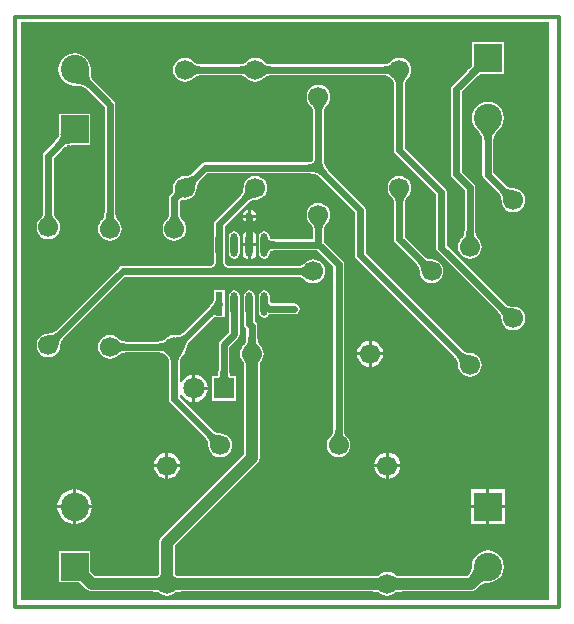
<source format=gtl>
G04 Layer_Physical_Order=1*
G04 Layer_Color=255*
%FSLAX44Y44*%
%MOMM*%
G71*
G01*
G75*
%ADD10R,0.6000X2.0000*%
%ADD11O,0.6000X2.0000*%
%ADD12C,0.6000*%
%ADD13C,1.0000*%
%ADD14C,0.3000*%
%ADD15C,1.7000*%
%ADD16R,2.4000X2.4000*%
%ADD17C,2.4000*%
%ADD18C,1.8000*%
%ADD19R,1.8000X1.8000*%
%ADD20C,0.6000*%
G36*
X452120Y6350D02*
X5080D01*
Y495300D01*
X452120D01*
Y6350D01*
D02*
G37*
%LPC*%
G36*
X325120Y465216D02*
X322509Y464873D01*
X320077Y463865D01*
X318032Y462296D01*
X317932Y462257D01*
X317386Y461739D01*
X316868Y461316D01*
X316336Y460947D01*
X315790Y460631D01*
X315226Y460364D01*
X314643Y460147D01*
X314038Y459977D01*
X313409Y459854D01*
X312752Y459780D01*
X312008Y459753D01*
X311933Y459718D01*
X216387D01*
X216312Y459753D01*
X215568Y459780D01*
X214911Y459854D01*
X214282Y459977D01*
X213677Y460147D01*
X213094Y460364D01*
X212531Y460631D01*
X211984Y460947D01*
X211452Y461316D01*
X210934Y461739D01*
X210388Y462257D01*
X210288Y462296D01*
X208243Y463865D01*
X205811Y464873D01*
X203200Y465216D01*
X200590Y464873D01*
X198157Y463865D01*
X196112Y462296D01*
X196012Y462257D01*
X195466Y461739D01*
X194948Y461316D01*
X194416Y460947D01*
X193869Y460631D01*
X193306Y460364D01*
X192723Y460147D01*
X192118Y459977D01*
X191489Y459854D01*
X190832Y459780D01*
X190088Y459753D01*
X190013Y459718D01*
X156697D01*
X156622Y459753D01*
X155878Y459780D01*
X155221Y459854D01*
X154592Y459977D01*
X153987Y460147D01*
X153404Y460364D01*
X152841Y460631D01*
X152294Y460947D01*
X151762Y461316D01*
X151244Y461739D01*
X150698Y462257D01*
X150598Y462296D01*
X148553Y463865D01*
X146121Y464873D01*
X143510Y465216D01*
X140899Y464873D01*
X138467Y463865D01*
X136378Y462262D01*
X134775Y460173D01*
X133767Y457741D01*
X133424Y455130D01*
X133767Y452519D01*
X134775Y450087D01*
X136378Y447998D01*
X138467Y446395D01*
X140899Y445387D01*
X143510Y445044D01*
X146121Y445387D01*
X148553Y446395D01*
X150598Y447964D01*
X150698Y448003D01*
X151244Y448521D01*
X151762Y448944D01*
X152294Y449313D01*
X152840Y449629D01*
X153404Y449896D01*
X153987Y450113D01*
X154592Y450284D01*
X155221Y450406D01*
X155878Y450480D01*
X156622Y450508D01*
X156697Y450542D01*
X190013D01*
X190088Y450508D01*
X190832Y450480D01*
X191489Y450406D01*
X192118Y450284D01*
X192723Y450113D01*
X193306Y449896D01*
X193869Y449629D01*
X194416Y449313D01*
X194948Y448944D01*
X195466Y448521D01*
X196012Y448003D01*
X196112Y447964D01*
X198157Y446395D01*
X200590Y445387D01*
X203200Y445044D01*
X205811Y445387D01*
X208243Y446395D01*
X210288Y447964D01*
X210388Y448003D01*
X210935Y448521D01*
X211452Y448944D01*
X211984Y449313D01*
X212530Y449629D01*
X213094Y449896D01*
X213677Y450113D01*
X214282Y450284D01*
X214911Y450406D01*
X215568Y450480D01*
X216312Y450508D01*
X216387Y450542D01*
X311933D01*
X312008Y450508D01*
X312752Y450480D01*
X313409Y450406D01*
X314038Y450284D01*
X314643Y450113D01*
X315226Y449896D01*
X315789Y449629D01*
X316336Y449313D01*
X316868Y448944D01*
X317386Y448521D01*
X317932Y448003D01*
X317976Y447986D01*
X317993Y447942D01*
X318511Y447396D01*
X318934Y446878D01*
X319303Y446346D01*
X319619Y445799D01*
X319886Y445236D01*
X320103Y444653D01*
X320274Y444048D01*
X320396Y443419D01*
X320470Y442762D01*
X320498Y442018D01*
X320532Y441943D01*
Y387350D01*
X320881Y385594D01*
X321876Y384106D01*
X356092Y349889D01*
Y304665D01*
X356441Y302909D01*
X357436Y301421D01*
X408805Y250052D01*
X408834Y249974D01*
X409340Y249431D01*
X409761Y248912D01*
X410135Y248374D01*
X410465Y247815D01*
X410750Y247236D01*
X410993Y246633D01*
X411194Y246005D01*
X411352Y245351D01*
X411467Y244667D01*
X411544Y243902D01*
X411686Y243638D01*
X411897Y242029D01*
X412905Y239597D01*
X414508Y237508D01*
X416597Y235905D01*
X419030Y234897D01*
X421640Y234554D01*
X424250Y234897D01*
X426683Y235905D01*
X428772Y237508D01*
X430375Y239597D01*
X431383Y242029D01*
X431726Y244640D01*
X431383Y247250D01*
X430375Y249683D01*
X428772Y251772D01*
X426683Y253375D01*
X424250Y254383D01*
X421640Y254726D01*
X421043Y254648D01*
X420816Y254729D01*
X420083Y254694D01*
X419445Y254716D01*
X418834Y254791D01*
X418247Y254918D01*
X417681Y255097D01*
X417133Y255328D01*
X416598Y255614D01*
X416075Y255958D01*
X415561Y256362D01*
X415013Y256870D01*
X414976Y256883D01*
X414958Y256918D01*
X414896Y256938D01*
X365268Y306566D01*
Y351790D01*
X364919Y353546D01*
X363924Y355034D01*
X329708Y389250D01*
Y441943D01*
X329743Y442018D01*
X329770Y442762D01*
X329844Y443419D01*
X329967Y444048D01*
X330137Y444653D01*
X330354Y445236D01*
X330621Y445799D01*
X330937Y446346D01*
X331306Y446878D01*
X331729Y447396D01*
X332247Y447942D01*
X332286Y448042D01*
X333855Y450087D01*
X334863Y452519D01*
X335206Y455130D01*
X334863Y457741D01*
X333855Y460173D01*
X332252Y462262D01*
X330163Y463865D01*
X327730Y464873D01*
X325120Y465216D01*
D02*
G37*
G36*
X413500Y478900D02*
X386500D01*
Y462289D01*
X386427Y462169D01*
X386458Y462039D01*
X386407Y461916D01*
X386500Y461691D01*
Y459328D01*
X386147Y458711D01*
X385554Y457857D01*
X383771Y455750D01*
X382620Y454558D01*
X382588Y454476D01*
X370136Y442024D01*
X369141Y440536D01*
X368792Y438780D01*
Y367030D01*
X369141Y365274D01*
X370136Y363786D01*
X380222Y353699D01*
Y318457D01*
X380187Y318382D01*
X380160Y317638D01*
X380086Y316981D01*
X379963Y316352D01*
X379793Y315747D01*
X379576Y315164D01*
X379309Y314601D01*
X378993Y314054D01*
X378624Y313522D01*
X378201Y313004D01*
X377683Y312458D01*
X377644Y312358D01*
X376075Y310313D01*
X375067Y307880D01*
X374724Y305270D01*
X375067Y302659D01*
X376075Y300227D01*
X377678Y298138D01*
X379767Y296535D01*
X382200Y295527D01*
X384810Y295184D01*
X387421Y295527D01*
X389853Y296535D01*
X391942Y298138D01*
X393545Y300227D01*
X394553Y302659D01*
X394896Y305270D01*
X394553Y307880D01*
X393545Y310313D01*
X391976Y312358D01*
X391937Y312458D01*
X391419Y313004D01*
X390996Y313522D01*
X390628Y314054D01*
X390311Y314601D01*
X390045Y315164D01*
X389827Y315747D01*
X389656Y316352D01*
X389534Y316981D01*
X389460Y317638D01*
X389432Y318382D01*
X389398Y318457D01*
Y355600D01*
X389049Y357356D01*
X388054Y358844D01*
X377968Y368931D01*
Y436880D01*
X389058Y447969D01*
X389135Y447998D01*
X391467Y450164D01*
X392439Y450941D01*
X393311Y451547D01*
X393928Y451900D01*
X396291D01*
X396516Y451807D01*
X396639Y451858D01*
X396769Y451827D01*
X396889Y451900D01*
X413500D01*
Y478900D01*
D02*
G37*
G36*
X63500Y418100D02*
X36500D01*
Y401489D01*
X36427Y401369D01*
X36458Y401239D01*
X36407Y401116D01*
X36500Y400891D01*
Y398528D01*
X36147Y397911D01*
X35554Y397057D01*
X33771Y394950D01*
X32620Y393758D01*
X32587Y393676D01*
X24696Y385784D01*
X23701Y384296D01*
X23352Y382540D01*
Y334967D01*
X23317Y334892D01*
X23290Y334148D01*
X23216Y333491D01*
X23094Y332862D01*
X22923Y332257D01*
X22706Y331674D01*
X22439Y331111D01*
X22123Y330564D01*
X21754Y330032D01*
X21331Y329514D01*
X20813Y328968D01*
X20774Y328868D01*
X19205Y326823D01*
X18197Y324390D01*
X17854Y321780D01*
X18197Y319170D01*
X19205Y316737D01*
X20808Y314648D01*
X22897Y313045D01*
X25329Y312037D01*
X27940Y311694D01*
X30550Y312037D01*
X32983Y313045D01*
X35072Y314648D01*
X36675Y316737D01*
X37683Y319170D01*
X38026Y321780D01*
X37683Y324390D01*
X36675Y326823D01*
X35106Y328868D01*
X35067Y328968D01*
X34549Y329515D01*
X34126Y330032D01*
X33758Y330564D01*
X33441Y331110D01*
X33175Y331674D01*
X32957Y332257D01*
X32787Y332862D01*
X32664Y333491D01*
X32590Y334148D01*
X32562Y334892D01*
X32528Y334967D01*
Y380639D01*
X39058Y387169D01*
X39135Y387198D01*
X41467Y389364D01*
X42439Y390141D01*
X43311Y390747D01*
X43928Y391100D01*
X46291D01*
X46516Y391007D01*
X46639Y391058D01*
X46769Y391027D01*
X46889Y391100D01*
X63500D01*
Y418100D01*
D02*
G37*
G36*
X400000Y428217D02*
X396476Y427752D01*
X393192Y426392D01*
X390372Y424228D01*
X388208Y421408D01*
X386847Y418124D01*
X386384Y414600D01*
X386847Y411076D01*
X388208Y407792D01*
X390372Y404972D01*
X390422Y404933D01*
X390436Y404898D01*
X391432Y403874D01*
X392291Y402892D01*
X393040Y401930D01*
X393679Y400987D01*
X394212Y400065D01*
X394639Y399167D01*
X394966Y398291D01*
X395194Y397436D01*
X395330Y396601D01*
X395379Y395693D01*
X395412Y395624D01*
Y366280D01*
X395761Y364524D01*
X396756Y363036D01*
X409071Y350721D01*
X409100Y350643D01*
X409607Y350098D01*
X410019Y349580D01*
X410377Y349049D01*
X410684Y348501D01*
X410942Y347935D01*
X411153Y347348D01*
X411315Y346738D01*
X411431Y346101D01*
X411498Y345436D01*
X411517Y344683D01*
X411561Y344585D01*
X411897Y342029D01*
X412905Y339597D01*
X414508Y337508D01*
X416597Y335905D01*
X419030Y334897D01*
X421640Y334554D01*
X424250Y334897D01*
X426683Y335905D01*
X428772Y337508D01*
X430375Y339597D01*
X431383Y342029D01*
X431726Y344640D01*
X431383Y347251D01*
X430375Y349683D01*
X428772Y351772D01*
X426683Y353375D01*
X424250Y354383D01*
X421695Y354719D01*
X421597Y354763D01*
X420844Y354782D01*
X420179Y354849D01*
X419542Y354965D01*
X418932Y355127D01*
X418345Y355337D01*
X417779Y355596D01*
X417231Y355903D01*
X416699Y356261D01*
X416183Y356673D01*
X415637Y357180D01*
X415559Y357209D01*
X404588Y368181D01*
Y395624D01*
X404621Y395693D01*
X404670Y396602D01*
X404806Y397436D01*
X405034Y398291D01*
X405361Y399166D01*
X405788Y400065D01*
X406320Y400987D01*
X406946Y401910D01*
X408584Y403890D01*
X409564Y404898D01*
X409578Y404933D01*
X409628Y404972D01*
X411792Y407792D01*
X413153Y411076D01*
X413616Y414600D01*
X413153Y418124D01*
X411792Y421408D01*
X409628Y424228D01*
X406808Y426392D01*
X403524Y427752D01*
X400000Y428217D01*
D02*
G37*
G36*
X199390Y336716D02*
Y332590D01*
X203516D01*
X203339Y333482D01*
X202114Y335314D01*
X200282Y336539D01*
X199390Y336716D01*
D02*
G37*
G36*
X196850D02*
X195958Y336539D01*
X194126Y335314D01*
X192901Y333482D01*
X192724Y332590D01*
X196850D01*
Y336716D01*
D02*
G37*
G36*
X203516Y330050D02*
X199390D01*
Y325924D01*
X200282Y326102D01*
X202114Y327326D01*
X203339Y329159D01*
X203516Y330050D01*
D02*
G37*
G36*
X196850D02*
X192724D01*
X192901Y329159D01*
X194126Y327326D01*
X195958Y326102D01*
X196850Y325924D01*
Y330050D01*
D02*
G37*
G36*
X256540Y342356D02*
X253930Y342013D01*
X251497Y341005D01*
X249408Y339402D01*
X247805Y337313D01*
X246797Y334880D01*
X246454Y332270D01*
X246797Y329660D01*
X247805Y327227D01*
X249374Y325182D01*
X249413Y325082D01*
X249931Y324535D01*
X250354Y324018D01*
X250723Y323486D01*
X251039Y322939D01*
X251306Y322376D01*
X251523Y321793D01*
X251693Y321188D01*
X251816Y320559D01*
X251890Y319902D01*
X251917Y319158D01*
X251952Y319083D01*
Y311528D01*
X219936D01*
X219858Y311563D01*
X218762Y311592D01*
X217848Y311672D01*
X217083Y311799D01*
X216474Y311962D01*
X216025Y312145D01*
X215732Y312323D01*
X215570Y312473D01*
X215488Y312595D01*
X215439Y312732D01*
X215408Y313027D01*
Y313940D01*
X215059Y315696D01*
X214064Y317184D01*
X212576Y318179D01*
X210820Y318528D01*
X209064Y318179D01*
X207576Y317184D01*
X206581Y315696D01*
X206232Y313940D01*
Y299940D01*
X206581Y298184D01*
X207576Y296696D01*
X209064Y295701D01*
X210820Y295352D01*
X212576Y295701D01*
X214064Y296696D01*
X215059Y298184D01*
X215408Y299940D01*
Y300854D01*
X215439Y301148D01*
X215488Y301285D01*
X215570Y301407D01*
X215732Y301557D01*
X216025Y301735D01*
X216474Y301918D01*
X217083Y302081D01*
X217848Y302208D01*
X218762Y302288D01*
X219858Y302317D01*
X219936Y302352D01*
X255040D01*
X268932Y288459D01*
Y150347D01*
X268897Y150272D01*
X268870Y149528D01*
X268796Y148871D01*
X268673Y148242D01*
X268503Y147637D01*
X268286Y147054D01*
X268019Y146491D01*
X267703Y145944D01*
X267334Y145412D01*
X266911Y144894D01*
X266393Y144348D01*
X266354Y144248D01*
X264785Y142203D01*
X263777Y139770D01*
X263434Y137160D01*
X263777Y134550D01*
X264785Y132117D01*
X266388Y130028D01*
X268477Y128425D01*
X270910Y127417D01*
X273520Y127074D01*
X276131Y127417D01*
X278563Y128425D01*
X280652Y130028D01*
X282255Y132117D01*
X283263Y134550D01*
X283606Y137160D01*
X283263Y139770D01*
X282255Y142203D01*
X280686Y144248D01*
X280647Y144348D01*
X280129Y144895D01*
X279706Y145412D01*
X279338Y145944D01*
X279021Y146490D01*
X278755Y147054D01*
X278537Y147637D01*
X278367Y148242D01*
X278244Y148871D01*
X278170Y149528D01*
X278143Y150272D01*
X278108Y150347D01*
Y290360D01*
X277759Y292116D01*
X276764Y293604D01*
X261128Y309240D01*
Y319083D01*
X261162Y319158D01*
X261190Y319902D01*
X261264Y320559D01*
X261387Y321188D01*
X261557Y321793D01*
X261774Y322376D01*
X262041Y322939D01*
X262357Y323486D01*
X262726Y324018D01*
X263149Y324536D01*
X263667Y325082D01*
X263706Y325182D01*
X265275Y327227D01*
X266283Y329660D01*
X266626Y332270D01*
X266283Y334880D01*
X265275Y337313D01*
X263672Y339402D01*
X261583Y341005D01*
X259151Y342013D01*
X256540Y342356D01*
D02*
G37*
G36*
X50000Y469016D02*
X46476Y468553D01*
X43192Y467192D01*
X40372Y465028D01*
X38208Y462208D01*
X36848Y458924D01*
X36384Y455400D01*
X36848Y451876D01*
X38208Y448592D01*
X40372Y445772D01*
X43192Y443608D01*
X46476Y442248D01*
X50000Y441783D01*
X50063Y441792D01*
X50097Y441777D01*
X51526Y441757D01*
X52828Y441671D01*
X54037Y441519D01*
X55157Y441305D01*
X56185Y441030D01*
X57123Y440696D01*
X57973Y440308D01*
X58738Y439865D01*
X59424Y439370D01*
X60102Y438763D01*
X60174Y438738D01*
X75422Y423489D01*
Y333697D01*
X75388Y333622D01*
X75360Y332878D01*
X75286Y332221D01*
X75163Y331592D01*
X74993Y330987D01*
X74776Y330404D01*
X74509Y329841D01*
X74193Y329294D01*
X73824Y328762D01*
X73401Y328244D01*
X72883Y327698D01*
X72844Y327598D01*
X71275Y325553D01*
X70267Y323120D01*
X69924Y320510D01*
X70267Y317899D01*
X71275Y315467D01*
X72878Y313378D01*
X74967Y311775D01*
X77400Y310767D01*
X80010Y310424D01*
X82620Y310767D01*
X85053Y311775D01*
X87142Y313378D01*
X88745Y315467D01*
X89753Y317899D01*
X90096Y320510D01*
X89753Y323120D01*
X88745Y325553D01*
X87176Y327598D01*
X87137Y327698D01*
X86619Y328245D01*
X86196Y328762D01*
X85828Y329294D01*
X85511Y329841D01*
X85245Y330404D01*
X85027Y330987D01*
X84857Y331592D01*
X84734Y332221D01*
X84660Y332878D01*
X84633Y333622D01*
X84598Y333697D01*
Y425390D01*
X84249Y427146D01*
X83254Y428634D01*
X66662Y445226D01*
X66637Y445298D01*
X66029Y445976D01*
X65535Y446662D01*
X65092Y447427D01*
X64704Y448277D01*
X64370Y449215D01*
X64095Y450243D01*
X63885Y451339D01*
X63643Y453896D01*
X63623Y455303D01*
X63608Y455337D01*
X63616Y455400D01*
X63152Y458924D01*
X61792Y462208D01*
X59628Y465028D01*
X56808Y467192D01*
X53524Y468553D01*
X50000Y469016D01*
D02*
G37*
G36*
X199390Y319336D02*
Y308210D01*
X203769D01*
Y313940D01*
X203339Y316102D01*
X202114Y317934D01*
X200282Y319159D01*
X199390Y319336D01*
D02*
G37*
G36*
X196850D02*
X195958Y319159D01*
X194126Y317934D01*
X192901Y316102D01*
X192472Y313940D01*
Y308210D01*
X196850D01*
Y319336D01*
D02*
G37*
G36*
X185420Y318528D02*
X183664Y318179D01*
X182176Y317184D01*
X181181Y315696D01*
X180832Y313940D01*
Y299940D01*
X181181Y298184D01*
X182176Y296696D01*
X183664Y295701D01*
X185420Y295352D01*
X187176Y295701D01*
X188664Y296696D01*
X189659Y298184D01*
X190008Y299940D01*
Y313940D01*
X189659Y315696D01*
X188664Y317184D01*
X187176Y318179D01*
X185420Y318528D01*
D02*
G37*
G36*
X203769Y305670D02*
X199390D01*
Y294544D01*
X200282Y294721D01*
X202114Y295946D01*
X203339Y297778D01*
X203769Y299940D01*
Y305670D01*
D02*
G37*
G36*
X196850D02*
X192472D01*
Y299940D01*
X192901Y297778D01*
X194126Y295946D01*
X195958Y294721D01*
X196850Y294544D01*
Y305670D01*
D02*
G37*
G36*
X203200Y365216D02*
X200590Y364873D01*
X198157Y363865D01*
X196068Y362262D01*
X194465Y360173D01*
X193457Y357741D01*
X193121Y355185D01*
X193077Y355087D01*
X193058Y354334D01*
X192991Y353669D01*
X192875Y353032D01*
X192713Y352422D01*
X192502Y351835D01*
X192244Y351269D01*
X191937Y350721D01*
X191579Y350189D01*
X191167Y349673D01*
X190660Y349127D01*
X190631Y349049D01*
X169476Y327894D01*
X168481Y326406D01*
X168132Y324650D01*
Y313940D01*
Y306940D01*
Y299940D01*
Y293635D01*
X168099Y293565D01*
X168044Y292524D01*
X167902Y291720D01*
X167684Y291066D01*
X167404Y290547D01*
X167066Y290134D01*
X166653Y289795D01*
X166134Y289516D01*
X165480Y289298D01*
X164676Y289156D01*
X163635Y289101D01*
X163565Y289068D01*
X163421D01*
X163402Y289072D01*
X163396Y289068D01*
X90640D01*
X88884Y288719D01*
X87396Y287724D01*
X34021Y234349D01*
X33943Y234320D01*
X33398Y233813D01*
X32880Y233401D01*
X32349Y233043D01*
X31801Y232736D01*
X31235Y232477D01*
X30648Y232267D01*
X30038Y232105D01*
X29401Y231989D01*
X28736Y231922D01*
X27983Y231903D01*
X27885Y231859D01*
X25329Y231523D01*
X22897Y230515D01*
X20808Y228912D01*
X19205Y226823D01*
X18197Y224391D01*
X17854Y221780D01*
X18197Y219170D01*
X19205Y216737D01*
X20808Y214648D01*
X22897Y213045D01*
X25329Y212037D01*
X27940Y211694D01*
X30550Y212037D01*
X32983Y213045D01*
X35072Y214648D01*
X36675Y216737D01*
X37683Y219170D01*
X38019Y221725D01*
X38063Y221823D01*
X38082Y222576D01*
X38149Y223241D01*
X38265Y223878D01*
X38427Y224488D01*
X38637Y225075D01*
X38896Y225641D01*
X39203Y226189D01*
X39562Y226721D01*
X39973Y227237D01*
X40480Y227783D01*
X40509Y227861D01*
X92541Y279892D01*
X172396D01*
X172402Y279888D01*
X172421Y279892D01*
X173019D01*
X173038Y279888D01*
X173044Y279892D01*
X239073D01*
X239148Y279858D01*
X239892Y279830D01*
X240549Y279756D01*
X241178Y279634D01*
X241783Y279463D01*
X242366Y279246D01*
X242929Y278979D01*
X243476Y278663D01*
X244008Y278294D01*
X244526Y277871D01*
X245072Y277353D01*
X245172Y277314D01*
X247217Y275745D01*
X249650Y274737D01*
X252260Y274394D01*
X254870Y274737D01*
X257303Y275745D01*
X259392Y277348D01*
X260995Y279437D01*
X262003Y281870D01*
X262346Y284480D01*
X262003Y287090D01*
X260995Y289523D01*
X259392Y291612D01*
X257303Y293215D01*
X254870Y294223D01*
X252260Y294566D01*
X249650Y294223D01*
X247217Y293215D01*
X245172Y291646D01*
X245072Y291607D01*
X244526Y291089D01*
X244008Y290666D01*
X243476Y290298D01*
X242929Y289981D01*
X242366Y289715D01*
X241783Y289497D01*
X241178Y289326D01*
X240549Y289204D01*
X239892Y289130D01*
X239148Y289102D01*
X239073Y289068D01*
X182044D01*
X182038Y289072D01*
X182019Y289068D01*
X181875D01*
X181805Y289101D01*
X180764Y289156D01*
X179960Y289298D01*
X179306Y289516D01*
X178787Y289795D01*
X178374Y290134D01*
X178035Y290547D01*
X177756Y291066D01*
X177538Y291720D01*
X177396Y292524D01*
X177341Y293565D01*
X177308Y293635D01*
Y306940D01*
Y313940D01*
Y322749D01*
X197119Y342561D01*
X197197Y342590D01*
X197742Y343097D01*
X198260Y343509D01*
X198791Y343867D01*
X199339Y344174D01*
X199905Y344432D01*
X200492Y344643D01*
X201102Y344805D01*
X201739Y344921D01*
X202404Y344988D01*
X203157Y345007D01*
X203255Y345051D01*
X205811Y345387D01*
X208243Y346395D01*
X210332Y347998D01*
X211935Y350087D01*
X212943Y352519D01*
X213286Y355130D01*
X212943Y357741D01*
X211935Y360173D01*
X210332Y362262D01*
X208243Y363865D01*
X205811Y364873D01*
X203200Y365216D01*
D02*
G37*
G36*
X325120D02*
X322509Y364873D01*
X320077Y363865D01*
X317988Y362262D01*
X316385Y360173D01*
X315377Y357741D01*
X315034Y355130D01*
X315377Y352519D01*
X316385Y350087D01*
X317954Y348042D01*
X317993Y347942D01*
X318511Y347396D01*
X318934Y346878D01*
X319303Y346346D01*
X319619Y345799D01*
X319886Y345236D01*
X320103Y344653D01*
X320274Y344048D01*
X320396Y343419D01*
X320470Y342762D01*
X320498Y342018D01*
X320532Y341943D01*
Y311620D01*
X320881Y309864D01*
X321876Y308376D01*
X339691Y290561D01*
X339720Y290483D01*
X340227Y289938D01*
X340639Y289421D01*
X340997Y288889D01*
X341304Y288341D01*
X341562Y287775D01*
X341773Y287188D01*
X341935Y286578D01*
X342051Y285941D01*
X342118Y285276D01*
X342137Y284523D01*
X342181Y284425D01*
X342517Y281870D01*
X343525Y279437D01*
X345128Y277348D01*
X347217Y275745D01*
X349650Y274737D01*
X352260Y274394D01*
X354870Y274737D01*
X357303Y275745D01*
X359392Y277348D01*
X360995Y279437D01*
X362003Y281870D01*
X362346Y284480D01*
X362003Y287090D01*
X360995Y289523D01*
X359392Y291612D01*
X357303Y293215D01*
X354870Y294223D01*
X352315Y294559D01*
X352217Y294603D01*
X351464Y294622D01*
X350799Y294689D01*
X350162Y294805D01*
X349552Y294967D01*
X348965Y295177D01*
X348399Y295436D01*
X347851Y295743D01*
X347319Y296101D01*
X346802Y296513D01*
X346257Y297020D01*
X346179Y297049D01*
X329708Y313521D01*
Y341943D01*
X329743Y342018D01*
X329770Y342762D01*
X329844Y343419D01*
X329967Y344048D01*
X330137Y344653D01*
X330354Y345236D01*
X330621Y345799D01*
X330937Y346346D01*
X331306Y346878D01*
X331729Y347396D01*
X332247Y347942D01*
X332286Y348042D01*
X333855Y350087D01*
X334863Y352519D01*
X335206Y355130D01*
X334863Y357741D01*
X333855Y360173D01*
X332252Y362262D01*
X330163Y363865D01*
X327730Y364873D01*
X325120Y365216D01*
D02*
G37*
G36*
X177220Y268440D02*
X168220D01*
Y262667D01*
X168160Y262541D01*
X168120Y261777D01*
X168014Y261089D01*
X167837Y260391D01*
X167586Y259680D01*
X167257Y258954D01*
X166847Y258213D01*
X166354Y257458D01*
X165776Y256690D01*
X165111Y255910D01*
X164331Y255089D01*
X164300Y255009D01*
X141879Y232588D01*
X141847Y232580D01*
X141809Y232518D01*
X141786Y232494D01*
X141709Y232466D01*
X141158Y231957D01*
X140647Y231559D01*
X140132Y231227D01*
X139609Y230956D01*
X139078Y230745D01*
X138533Y230590D01*
X137969Y230489D01*
X137383Y230443D01*
X136769Y230453D01*
X136058Y230530D01*
X135770Y230445D01*
X134620Y230596D01*
X132009Y230253D01*
X129577Y229245D01*
X127532Y227676D01*
X127432Y227637D01*
X126885Y227119D01*
X126368Y226696D01*
X125836Y226327D01*
X125289Y226011D01*
X124726Y225744D01*
X124143Y225527D01*
X123538Y225357D01*
X122909Y225234D01*
X122252Y225160D01*
X121508Y225133D01*
X121433Y225098D01*
X93197D01*
X93122Y225133D01*
X92378Y225160D01*
X91721Y225234D01*
X91092Y225357D01*
X90487Y225527D01*
X89904Y225744D01*
X89341Y226011D01*
X88794Y226327D01*
X88262Y226696D01*
X87744Y227119D01*
X87198Y227637D01*
X87098Y227676D01*
X85053Y229245D01*
X82620Y230253D01*
X80010Y230596D01*
X77400Y230253D01*
X74967Y229245D01*
X72878Y227642D01*
X71275Y225553D01*
X70267Y223120D01*
X69924Y220510D01*
X70267Y217899D01*
X71275Y215467D01*
X72878Y213378D01*
X74967Y211775D01*
X77400Y210767D01*
X80010Y210424D01*
X82620Y210767D01*
X85053Y211775D01*
X87098Y213344D01*
X87198Y213383D01*
X87745Y213901D01*
X88262Y214324D01*
X88794Y214692D01*
X89340Y215009D01*
X89904Y215275D01*
X90487Y215493D01*
X91092Y215664D01*
X91721Y215786D01*
X92378Y215860D01*
X93122Y215888D01*
X93197Y215922D01*
X121433D01*
X121508Y215888D01*
X122252Y215860D01*
X122909Y215786D01*
X123538Y215664D01*
X124143Y215493D01*
X124726Y215276D01*
X125289Y215009D01*
X125836Y214693D01*
X126368Y214324D01*
X126886Y213901D01*
X127432Y213383D01*
X127476Y213366D01*
X127493Y213322D01*
X128011Y212775D01*
X128434Y212258D01*
X128802Y211726D01*
X129119Y211180D01*
X129385Y210616D01*
X129603Y210033D01*
X129774Y209428D01*
X129896Y208799D01*
X129970Y208142D01*
X129998Y207398D01*
X130032Y207323D01*
Y176060D01*
X130381Y174304D01*
X131376Y172816D01*
X160951Y143241D01*
X160980Y143163D01*
X161487Y142618D01*
X161899Y142100D01*
X162257Y141569D01*
X162564Y141021D01*
X162822Y140455D01*
X163033Y139868D01*
X163195Y139258D01*
X163311Y138621D01*
X163378Y137956D01*
X163397Y137203D01*
X163441Y137105D01*
X163777Y134550D01*
X164785Y132117D01*
X166388Y130028D01*
X168477Y128425D01*
X170910Y127417D01*
X173520Y127074D01*
X176131Y127417D01*
X178563Y128425D01*
X180652Y130028D01*
X182255Y132117D01*
X183263Y134550D01*
X183606Y137160D01*
X183263Y139770D01*
X182255Y142203D01*
X180652Y144292D01*
X178563Y145895D01*
X176131Y146903D01*
X173575Y147239D01*
X173477Y147283D01*
X172724Y147302D01*
X172059Y147369D01*
X171422Y147485D01*
X170812Y147647D01*
X170225Y147858D01*
X169659Y148116D01*
X169111Y148423D01*
X168579Y148781D01*
X168062Y149193D01*
X167517Y149700D01*
X167439Y149729D01*
X139208Y177960D01*
Y180728D01*
X140478Y180980D01*
X141050Y179600D01*
X142900Y177190D01*
X145310Y175340D01*
X148118Y174177D01*
X149860Y173948D01*
Y185420D01*
Y196892D01*
X148118Y196663D01*
X145310Y195500D01*
X142900Y193650D01*
X141050Y191240D01*
X140478Y189860D01*
X139208Y190112D01*
Y207323D01*
X139242Y207398D01*
X139270Y208142D01*
X139344Y208799D01*
X139466Y209428D01*
X139637Y210033D01*
X139854Y210616D01*
X140121Y211179D01*
X140437Y211726D01*
X140806Y212258D01*
X141229Y212776D01*
X141747Y213322D01*
X141786Y213422D01*
X143355Y215467D01*
X144363Y217899D01*
X144494Y218900D01*
X144652Y219157D01*
X144775Y219925D01*
X144930Y220617D01*
X145123Y221281D01*
X145354Y221918D01*
X145624Y222529D01*
X145932Y223116D01*
X146279Y223679D01*
X146666Y224221D01*
X147094Y224743D01*
X147600Y225283D01*
X147630Y225361D01*
X166554Y244285D01*
X166636Y244317D01*
X167192Y244855D01*
X168220Y245440D01*
X169524D01*
X169747Y245347D01*
X169819Y245376D01*
X169893Y245353D01*
X170060Y245440D01*
X177220D01*
Y256497D01*
X177308Y256940D01*
X177220Y257383D01*
Y268440D01*
D02*
G37*
G36*
X210820Y268528D02*
X209064Y268179D01*
X207576Y267184D01*
X206581Y265696D01*
X206232Y263940D01*
Y249940D01*
X206581Y248184D01*
X207576Y246696D01*
X209064Y245701D01*
X210820Y245352D01*
X212576Y245701D01*
X214064Y246696D01*
X215031Y248142D01*
X236220D01*
X237976Y248491D01*
X239464Y249486D01*
X240459Y250974D01*
X240808Y252730D01*
X240459Y254486D01*
X239464Y255974D01*
X237976Y256969D01*
X236220Y257318D01*
X216931D01*
X215408Y258841D01*
Y263940D01*
X215059Y265696D01*
X214064Y267184D01*
X212576Y268179D01*
X210820Y268528D01*
D02*
G37*
G36*
X301460Y225598D02*
Y215900D01*
X311158D01*
X310946Y217512D01*
X309833Y220198D01*
X308064Y222504D01*
X305758Y224273D01*
X303072Y225386D01*
X301460Y225598D01*
D02*
G37*
G36*
X298920D02*
X297308Y225386D01*
X294622Y224273D01*
X292316Y222504D01*
X290547Y220198D01*
X289434Y217512D01*
X289222Y215900D01*
X298920D01*
Y225598D01*
D02*
G37*
G36*
X311158Y213360D02*
X301460D01*
Y203662D01*
X303072Y203874D01*
X305758Y204987D01*
X308064Y206756D01*
X309833Y209062D01*
X310946Y211748D01*
X311158Y213360D01*
D02*
G37*
G36*
X298920D02*
X289222D01*
X289434Y211748D01*
X290547Y209062D01*
X292316Y206756D01*
X294622Y204987D01*
X297308Y203874D01*
X298920Y203662D01*
Y213360D01*
D02*
G37*
G36*
X256540Y442356D02*
X253930Y442013D01*
X251497Y441005D01*
X249408Y439402D01*
X247805Y437313D01*
X246797Y434880D01*
X246454Y432270D01*
X246797Y429660D01*
X247805Y427227D01*
X249374Y425182D01*
X249413Y425082D01*
X249931Y424535D01*
X250354Y424018D01*
X250723Y423486D01*
X251039Y422939D01*
X251306Y422376D01*
X251523Y421793D01*
X251693Y421188D01*
X251816Y420559D01*
X251890Y419902D01*
X251917Y419158D01*
X251952Y419083D01*
Y381265D01*
X251919Y381195D01*
X251864Y380154D01*
X251722Y379350D01*
X251504Y378696D01*
X251224Y378177D01*
X250886Y377764D01*
X250473Y377425D01*
X249954Y377146D01*
X249300Y376928D01*
X248496Y376786D01*
X247455Y376731D01*
X247385Y376698D01*
X160490D01*
X158734Y376349D01*
X157246Y375354D01*
X149591Y367699D01*
X149513Y367670D01*
X148968Y367163D01*
X148450Y366751D01*
X147919Y366393D01*
X147371Y366086D01*
X146805Y365827D01*
X146218Y365617D01*
X145608Y365455D01*
X144971Y365339D01*
X144306Y365272D01*
X143553Y365253D01*
X143455Y365209D01*
X140899Y364873D01*
X138467Y363865D01*
X136378Y362262D01*
X134775Y360173D01*
X133767Y357741D01*
X133424Y355130D01*
X133615Y353679D01*
X133543Y353506D01*
X133579Y353420D01*
X133553Y353331D01*
X133584Y353036D01*
X133574Y352840D01*
X133524Y352592D01*
X133422Y352287D01*
X133257Y351929D01*
X133023Y351522D01*
X132730Y351091D01*
X131865Y350047D01*
X131327Y349485D01*
X131258Y349308D01*
X130381Y347996D01*
X130032Y346240D01*
Y333697D01*
X129998Y333622D01*
X129970Y332878D01*
X129896Y332221D01*
X129774Y331592D01*
X129603Y330987D01*
X129386Y330404D01*
X129119Y329841D01*
X128803Y329294D01*
X128434Y328762D01*
X128011Y328244D01*
X127493Y327698D01*
X127454Y327598D01*
X125885Y325553D01*
X124877Y323120D01*
X124534Y320510D01*
X124877Y317899D01*
X125885Y315467D01*
X127488Y313378D01*
X129577Y311775D01*
X132009Y310767D01*
X134620Y310424D01*
X137231Y310767D01*
X139663Y311775D01*
X141752Y313378D01*
X143355Y315467D01*
X144363Y317899D01*
X144706Y320510D01*
X144363Y323120D01*
X143355Y325553D01*
X141786Y327598D01*
X141747Y327698D01*
X141229Y328245D01*
X140806Y328762D01*
X140437Y329294D01*
X140121Y329841D01*
X139854Y330404D01*
X139637Y330987D01*
X139466Y331592D01*
X139344Y332221D01*
X139270Y332878D01*
X139242Y333622D01*
X139208Y333697D01*
Y344146D01*
X139452Y344337D01*
X139902Y344643D01*
X140309Y344877D01*
X140667Y345042D01*
X140971Y345144D01*
X141220Y345194D01*
X141417Y345204D01*
X141711Y345173D01*
X141800Y345199D01*
X141886Y345163D01*
X142059Y345235D01*
X143510Y345044D01*
X146121Y345387D01*
X148553Y346395D01*
X150642Y347998D01*
X152245Y350087D01*
X153253Y352519D01*
X153589Y355075D01*
X153633Y355173D01*
X153652Y355926D01*
X153719Y356591D01*
X153835Y357228D01*
X153997Y357838D01*
X154207Y358425D01*
X154466Y358991D01*
X154773Y359539D01*
X155132Y360071D01*
X155543Y360588D01*
X156050Y361133D01*
X156079Y361211D01*
X162390Y367522D01*
X249164D01*
X249239Y367487D01*
X250361Y367447D01*
X251385Y367334D01*
X252371Y367146D01*
X253320Y366884D01*
X254236Y366548D01*
X255121Y366138D01*
X255978Y365652D01*
X256807Y365088D01*
X257612Y364444D01*
X258434Y363679D01*
X258511Y363650D01*
X287512Y334650D01*
Y297980D01*
X287861Y296224D01*
X288856Y294736D01*
X372241Y211351D01*
X372270Y211273D01*
X372777Y210728D01*
X373189Y210210D01*
X373547Y209679D01*
X373854Y209131D01*
X374113Y208565D01*
X374323Y207978D01*
X374485Y207368D01*
X374601Y206731D01*
X374668Y206066D01*
X374687Y205313D01*
X374731Y205215D01*
X375067Y202659D01*
X376075Y200227D01*
X377678Y198138D01*
X379767Y196535D01*
X382200Y195527D01*
X384810Y195184D01*
X387421Y195527D01*
X389853Y196535D01*
X391942Y198138D01*
X393545Y200227D01*
X394553Y202659D01*
X394896Y205270D01*
X394553Y207880D01*
X393545Y210313D01*
X391942Y212402D01*
X389853Y214005D01*
X387421Y215013D01*
X384865Y215349D01*
X384767Y215393D01*
X384014Y215412D01*
X383349Y215479D01*
X382712Y215595D01*
X382102Y215757D01*
X381515Y215968D01*
X380949Y216226D01*
X380401Y216533D01*
X379869Y216891D01*
X379352Y217303D01*
X378807Y217810D01*
X378729Y217839D01*
X296688Y299881D01*
Y336550D01*
X296339Y338306D01*
X295344Y339794D01*
X265000Y370139D01*
X264971Y370216D01*
X264206Y371038D01*
X263563Y371842D01*
X262999Y372672D01*
X262512Y373529D01*
X262102Y374414D01*
X261766Y375330D01*
X261504Y376279D01*
X261316Y377265D01*
X261203Y378289D01*
X261162Y379411D01*
X261128Y379486D01*
Y419083D01*
X261162Y419158D01*
X261190Y419902D01*
X261264Y420559D01*
X261387Y421188D01*
X261557Y421793D01*
X261774Y422376D01*
X262041Y422939D01*
X262357Y423486D01*
X262726Y424018D01*
X263149Y424536D01*
X263667Y425082D01*
X263706Y425182D01*
X265275Y427227D01*
X266283Y429660D01*
X266626Y432270D01*
X266283Y434880D01*
X265275Y437313D01*
X263672Y439402D01*
X261583Y441005D01*
X259151Y442013D01*
X256540Y442356D01*
D02*
G37*
G36*
X152400Y196892D02*
Y186690D01*
X162602D01*
X162373Y188433D01*
X161210Y191240D01*
X159360Y193650D01*
X156950Y195500D01*
X154143Y196663D01*
X152400Y196892D01*
D02*
G37*
G36*
X185420Y268528D02*
X183664Y268179D01*
X182176Y267184D01*
X181181Y265696D01*
X180832Y263940D01*
Y256940D01*
Y249940D01*
Y233041D01*
X173286Y225494D01*
X172291Y224006D01*
X171942Y222250D01*
Y200510D01*
X171907Y200432D01*
X171878Y199336D01*
X171798Y198423D01*
X171671Y197658D01*
X171508Y197048D01*
X171325Y196599D01*
X171147Y196306D01*
X170997Y196144D01*
X170875Y196062D01*
X170738Y196014D01*
X170359Y195974D01*
X170261Y195920D01*
X166030D01*
Y174920D01*
X187030D01*
Y195920D01*
X182799D01*
X182701Y195974D01*
X182322Y196014D01*
X182185Y196062D01*
X182063Y196144D01*
X181913Y196306D01*
X181735Y196599D01*
X181552Y197048D01*
X181389Y197658D01*
X181262Y198423D01*
X181182Y199336D01*
X181153Y200432D01*
X181118Y200510D01*
Y220350D01*
X188664Y227896D01*
X189659Y229384D01*
X190008Y231140D01*
Y256940D01*
Y263940D01*
X189659Y265696D01*
X188664Y267184D01*
X187176Y268179D01*
X185420Y268528D01*
D02*
G37*
G36*
X162602Y184150D02*
X152400D01*
Y173948D01*
X154143Y174177D01*
X156950Y175340D01*
X159360Y177190D01*
X161210Y179600D01*
X162373Y182407D01*
X162602Y184150D01*
D02*
G37*
G36*
X316230Y130968D02*
Y121270D01*
X325928D01*
X325716Y122882D01*
X324603Y125568D01*
X322834Y127874D01*
X320528Y129643D01*
X317842Y130756D01*
X316230Y130968D01*
D02*
G37*
G36*
X129540D02*
Y121270D01*
X139238D01*
X139026Y122882D01*
X137913Y125568D01*
X136144Y127874D01*
X133838Y129643D01*
X131152Y130756D01*
X129540Y130968D01*
D02*
G37*
G36*
X313690D02*
X312078Y130756D01*
X309392Y129643D01*
X307086Y127874D01*
X305317Y125568D01*
X304204Y122882D01*
X303992Y121270D01*
X313690D01*
Y130968D01*
D02*
G37*
G36*
X127000D02*
X125388Y130756D01*
X122702Y129643D01*
X120396Y127874D01*
X118627Y125568D01*
X117514Y122882D01*
X117302Y121270D01*
X127000D01*
Y130968D01*
D02*
G37*
G36*
X325928Y118730D02*
X316230D01*
Y109032D01*
X317842Y109244D01*
X320528Y110357D01*
X322834Y112126D01*
X324603Y114432D01*
X325716Y117118D01*
X325928Y118730D01*
D02*
G37*
G36*
X139238D02*
X129540D01*
Y109032D01*
X131152Y109244D01*
X133838Y110357D01*
X136144Y112126D01*
X137913Y114432D01*
X139026Y117118D01*
X139238Y118730D01*
D02*
G37*
G36*
X313690D02*
X303992D01*
X304204Y117118D01*
X305317Y114432D01*
X307086Y112126D01*
X309392Y110357D01*
X312078Y109244D01*
X313690Y109032D01*
Y118730D01*
D02*
G37*
G36*
X127000D02*
X117302D01*
X117514Y117118D01*
X118627Y114432D01*
X120396Y112126D01*
X122702Y110357D01*
X125388Y109244D01*
X127000Y109032D01*
Y118730D01*
D02*
G37*
G36*
X51270Y99898D02*
Y86670D01*
X64498D01*
X64166Y89196D01*
X62701Y92733D01*
X60370Y95770D01*
X57333Y98101D01*
X53796Y99566D01*
X51270Y99898D01*
D02*
G37*
G36*
X48730D02*
X46204Y99566D01*
X42667Y98101D01*
X39630Y95770D01*
X37299Y92733D01*
X35834Y89196D01*
X35502Y86670D01*
X48730D01*
Y99898D01*
D02*
G37*
G36*
X414540Y99940D02*
X401270D01*
Y86670D01*
X414540D01*
Y99940D01*
D02*
G37*
G36*
X398730D02*
X385460D01*
Y86670D01*
X398730D01*
Y99940D01*
D02*
G37*
G36*
X64498Y84130D02*
X51270D01*
Y70902D01*
X53796Y71234D01*
X57333Y72699D01*
X60370Y75030D01*
X62701Y78067D01*
X64166Y81604D01*
X64498Y84130D01*
D02*
G37*
G36*
X48730D02*
X35502D01*
X35834Y81604D01*
X37299Y78067D01*
X39630Y75030D01*
X42667Y72699D01*
X46204Y71234D01*
X48730Y70902D01*
Y84130D01*
D02*
G37*
G36*
X414540Y84130D02*
X401270D01*
Y70860D01*
X414540D01*
Y84130D01*
D02*
G37*
G36*
X398730D02*
X385460D01*
Y70860D01*
X398730D01*
Y84130D01*
D02*
G37*
G36*
X198120Y268528D02*
X196364Y268179D01*
X194876Y267184D01*
X193881Y265696D01*
X193532Y263940D01*
Y256940D01*
Y249940D01*
Y240030D01*
X193881Y238274D01*
X194876Y236786D01*
X195602Y236059D01*
Y228740D01*
X195567Y228659D01*
X195537Y226966D01*
X195466Y226341D01*
X195343Y225712D01*
X195173Y225107D01*
X194956Y224524D01*
X194689Y223961D01*
X194373Y223414D01*
X194004Y222882D01*
X193581Y222364D01*
X193063Y221818D01*
X193024Y221718D01*
X191455Y219673D01*
X190447Y217241D01*
X190104Y214630D01*
X190447Y212020D01*
X191455Y209587D01*
X192940Y207651D01*
X192970Y207548D01*
X193055Y207442D01*
X193095Y207365D01*
X193174Y207150D01*
X193263Y206809D01*
X193340Y206405D01*
X193557Y203541D01*
X193566Y202640D01*
X193634Y202482D01*
Y129246D01*
X123634Y59246D01*
X122592Y57888D01*
X121937Y56307D01*
X121714Y54610D01*
Y32161D01*
X121647Y32008D01*
X121610Y30225D01*
X121503Y28813D01*
X121429Y28273D01*
X121343Y27821D01*
X121254Y27480D01*
X121175Y27264D01*
X121135Y27188D01*
X121111Y27159D01*
X121082Y27135D01*
X121005Y27095D01*
X120790Y27016D01*
X120449Y26927D01*
X120045Y26850D01*
X117181Y26632D01*
X116280Y26623D01*
X116122Y26556D01*
X67316D01*
X63500Y30372D01*
Y48100D01*
X36500D01*
Y21100D01*
X54228D01*
X59964Y15364D01*
X61322Y14322D01*
X62903Y13667D01*
X64600Y13444D01*
X116109D01*
X116262Y13377D01*
X118045Y13340D01*
X119457Y13233D01*
X119997Y13159D01*
X120449Y13074D01*
X120790Y12984D01*
X121005Y12905D01*
X121082Y12865D01*
X121188Y12780D01*
X121291Y12750D01*
X123227Y11265D01*
X125660Y10257D01*
X128270Y9914D01*
X130880Y10257D01*
X133313Y11265D01*
X135249Y12750D01*
X135352Y12780D01*
X135458Y12865D01*
X135534Y12905D01*
X135750Y12984D01*
X136091Y13074D01*
X136495Y13150D01*
X139359Y13368D01*
X140260Y13376D01*
X140418Y13444D01*
X302799D01*
X302952Y13377D01*
X304735Y13340D01*
X306147Y13233D01*
X306687Y13159D01*
X307139Y13074D01*
X307480Y12984D01*
X307696Y12905D01*
X307772Y12865D01*
X307878Y12780D01*
X307981Y12750D01*
X309917Y11265D01*
X312349Y10257D01*
X314960Y9914D01*
X317570Y10257D01*
X320003Y11265D01*
X321939Y12750D01*
X322042Y12780D01*
X322148Y12865D01*
X322225Y12905D01*
X322440Y12984D01*
X322781Y13074D01*
X323185Y13150D01*
X326049Y13368D01*
X326950Y13376D01*
X327108Y13444D01*
X385400D01*
X387097Y13667D01*
X388678Y14322D01*
X390036Y15364D01*
X391693Y17021D01*
X391846Y17080D01*
X392692Y17880D01*
X393503Y18559D01*
X394309Y19149D01*
X395111Y19652D01*
X395908Y20071D01*
X396700Y20407D01*
X397489Y20663D01*
X398277Y20842D01*
X399067Y20946D01*
X399940Y20978D01*
X399962Y20989D01*
X400000Y20984D01*
X403524Y21448D01*
X406808Y22808D01*
X409628Y24972D01*
X411792Y27792D01*
X413153Y31076D01*
X413616Y34600D01*
X413153Y38124D01*
X411792Y41408D01*
X409628Y44228D01*
X406808Y46392D01*
X403524Y47752D01*
X400000Y48217D01*
X396476Y47752D01*
X393192Y46392D01*
X390372Y44228D01*
X388208Y41408D01*
X386847Y38124D01*
X386384Y34600D01*
X386389Y34562D01*
X386378Y34540D01*
X386346Y33667D01*
X386242Y32877D01*
X386063Y32089D01*
X385807Y31300D01*
X385471Y30508D01*
X385052Y29711D01*
X384549Y28909D01*
X383959Y28103D01*
X383279Y27292D01*
X382584Y26556D01*
X327121D01*
X326968Y26623D01*
X325185Y26660D01*
X323773Y26767D01*
X323233Y26841D01*
X322781Y26927D01*
X322440Y27016D01*
X322225Y27095D01*
X322148Y27135D01*
X322042Y27220D01*
X321939Y27250D01*
X320003Y28735D01*
X317570Y29743D01*
X314960Y30086D01*
X312349Y29743D01*
X309917Y28735D01*
X307981Y27250D01*
X307878Y27220D01*
X307772Y27135D01*
X307696Y27095D01*
X307480Y27016D01*
X307139Y26927D01*
X306735Y26850D01*
X303871Y26632D01*
X302970Y26623D01*
X302812Y26556D01*
X140431D01*
X140278Y26623D01*
X138495Y26660D01*
X137083Y26767D01*
X136543Y26841D01*
X136091Y26927D01*
X135750Y27016D01*
X135534Y27095D01*
X135458Y27135D01*
X135429Y27159D01*
X135405Y27188D01*
X135365Y27264D01*
X135286Y27480D01*
X135197Y27821D01*
X135120Y28225D01*
X134902Y31089D01*
X134894Y31990D01*
X134826Y32148D01*
Y51894D01*
X204826Y121894D01*
X205868Y123252D01*
X206523Y124833D01*
X206746Y126530D01*
Y202469D01*
X206813Y202622D01*
X206850Y204405D01*
X206957Y205817D01*
X207031Y206357D01*
X207117Y206809D01*
X207206Y207150D01*
X207285Y207365D01*
X207325Y207442D01*
X207410Y207548D01*
X207440Y207651D01*
X208925Y209587D01*
X209933Y212020D01*
X210276Y214630D01*
X209933Y217241D01*
X208925Y219673D01*
X207356Y221718D01*
X207317Y221818D01*
X206799Y222365D01*
X206376Y222882D01*
X206007Y223414D01*
X205691Y223960D01*
X205424Y224524D01*
X205207Y225107D01*
X205037Y225712D01*
X204940Y226206D01*
X204811Y228713D01*
X204778Y228783D01*
Y237960D01*
X204429Y239716D01*
X203434Y241204D01*
X202708Y241931D01*
Y256940D01*
Y263940D01*
X202359Y265696D01*
X201364Y267184D01*
X199876Y268179D01*
X198120Y268528D01*
D02*
G37*
%LPD*%
G36*
X319050Y449180D02*
X318459Y449740D01*
X317845Y450242D01*
X317207Y450685D01*
X316545Y451068D01*
X315858Y451393D01*
X315148Y451658D01*
X314414Y451865D01*
X313655Y452012D01*
X312873Y452100D01*
X312067Y452130D01*
Y458130D01*
X312873Y458159D01*
X313655Y458248D01*
X314414Y458396D01*
X315148Y458602D01*
X315858Y458867D01*
X316545Y459192D01*
X317207Y459576D01*
X317845Y460018D01*
X318459Y460519D01*
X319050Y461080D01*
Y449180D01*
D02*
G37*
G36*
X209860Y460519D02*
X210475Y460018D01*
X211113Y459576D01*
X211775Y459192D01*
X212462Y458867D01*
X213172Y458602D01*
X213906Y458396D01*
X214664Y458248D01*
X215447Y458159D01*
X216253Y458130D01*
Y452130D01*
X215447Y452100D01*
X214664Y452012D01*
X213906Y451865D01*
X213172Y451658D01*
X212462Y451393D01*
X211775Y451068D01*
X211113Y450685D01*
X210475Y450242D01*
X209860Y449740D01*
X209270Y449180D01*
Y461080D01*
X209860Y460519D01*
D02*
G37*
G36*
X197130Y449180D02*
X196539Y449740D01*
X195925Y450242D01*
X195287Y450685D01*
X194625Y451068D01*
X193938Y451393D01*
X193228Y451658D01*
X192494Y451865D01*
X191735Y452012D01*
X190953Y452100D01*
X190147Y452130D01*
Y458130D01*
X190953Y458159D01*
X191735Y458248D01*
X192494Y458396D01*
X193228Y458602D01*
X193938Y458867D01*
X194625Y459192D01*
X195287Y459576D01*
X195925Y460018D01*
X196539Y460519D01*
X197130Y461080D01*
Y449180D01*
D02*
G37*
G36*
X150170Y460519D02*
X150785Y460018D01*
X151423Y459576D01*
X152085Y459192D01*
X152772Y458867D01*
X153482Y458602D01*
X154216Y458396D01*
X154974Y458248D01*
X155757Y458159D01*
X156563Y458130D01*
Y452130D01*
X155757Y452100D01*
X154974Y452012D01*
X154216Y451865D01*
X153482Y451658D01*
X152772Y451393D01*
X152085Y451068D01*
X151423Y450685D01*
X150785Y450242D01*
X150170Y449740D01*
X149580Y449180D01*
Y461080D01*
X150170Y460519D01*
D02*
G37*
G36*
X330509Y448470D02*
X330008Y447855D01*
X329566Y447217D01*
X329182Y446555D01*
X328857Y445868D01*
X328592Y445158D01*
X328386Y444424D01*
X328238Y443666D01*
X328149Y442883D01*
X328120Y442077D01*
X322120D01*
X322090Y442883D01*
X322002Y443666D01*
X321855Y444424D01*
X321648Y445158D01*
X321382Y445868D01*
X321058Y446555D01*
X320675Y447217D01*
X320232Y447855D01*
X319730Y448470D01*
X319170Y449060D01*
X331070D01*
X330509Y448470D01*
D02*
G37*
G36*
X414506Y255126D02*
X415126Y254639D01*
X415768Y254217D01*
X416433Y253861D01*
X417120Y253571D01*
X417830Y253347D01*
X418562Y253189D01*
X419317Y253096D01*
X420094Y253069D01*
X420894Y253107D01*
X413159Y244064D01*
X413077Y244883D01*
X412943Y245676D01*
X412758Y246444D01*
X412522Y247185D01*
X412233Y247899D01*
X411894Y248588D01*
X411503Y249251D01*
X411060Y249887D01*
X410566Y250498D01*
X410021Y251082D01*
X413909Y255679D01*
X414506Y255126D01*
D02*
G37*
G36*
X396516Y453430D02*
X396049Y453770D01*
X395498Y453940D01*
X394861D01*
X394140Y453770D01*
X393334Y453430D01*
X392443Y452921D01*
X391467Y452243D01*
X390406Y451394D01*
X388031Y449188D01*
X383788Y453430D01*
X384976Y454661D01*
X386842Y456867D01*
X387521Y457843D01*
X388031Y458734D01*
X388370Y459540D01*
X388540Y460261D01*
Y460897D01*
X388370Y461449D01*
X388031Y461916D01*
X396516Y453430D01*
D02*
G37*
G36*
X387840Y317517D02*
X387928Y316735D01*
X388075Y315976D01*
X388282Y315242D01*
X388548Y314532D01*
X388872Y313845D01*
X389255Y313183D01*
X389698Y312545D01*
X390200Y311931D01*
X390760Y311340D01*
X378860D01*
X379421Y311931D01*
X379922Y312545D01*
X380364Y313183D01*
X380748Y313845D01*
X381073Y314532D01*
X381338Y315242D01*
X381544Y315976D01*
X381692Y316735D01*
X381781Y317517D01*
X381810Y318323D01*
X387810D01*
X387840Y317517D01*
D02*
G37*
G36*
X46516Y392631D02*
X46049Y392970D01*
X45497Y393140D01*
X44861D01*
X44140Y392970D01*
X43334Y392631D01*
X42443Y392121D01*
X41467Y391442D01*
X40406Y390594D01*
X38031Y388388D01*
X33788Y392631D01*
X34976Y393861D01*
X36843Y396067D01*
X37521Y397043D01*
X38031Y397934D01*
X38370Y398740D01*
X38540Y399461D01*
Y400098D01*
X38370Y400649D01*
X38031Y401116D01*
X46516Y392631D01*
D02*
G37*
G36*
X30970Y334027D02*
X31058Y333245D01*
X31205Y332486D01*
X31412Y331752D01*
X31677Y331042D01*
X32002Y330355D01*
X32385Y329693D01*
X32828Y329055D01*
X33330Y328441D01*
X33890Y327850D01*
X21990D01*
X22550Y328441D01*
X23052Y329055D01*
X23495Y329693D01*
X23878Y330355D01*
X24202Y331042D01*
X24468Y331752D01*
X24674Y332486D01*
X24822Y333245D01*
X24911Y334027D01*
X24940Y334833D01*
X30940D01*
X30970Y334027D01*
D02*
G37*
G36*
X407374Y404975D02*
X405646Y402885D01*
X404944Y401850D01*
X404350Y400821D01*
X403864Y399800D01*
X403486Y398785D01*
X403216Y397777D01*
X403054Y396776D01*
X403000Y395781D01*
X397000D01*
X396946Y396776D01*
X396784Y397777D01*
X396514Y398785D01*
X396136Y399800D01*
X395650Y400821D01*
X395056Y401850D01*
X394354Y402885D01*
X393544Y403927D01*
X392626Y404975D01*
X391600Y406030D01*
X408400D01*
X407374Y404975D01*
D02*
G37*
G36*
X415122Y355442D02*
X415738Y354951D01*
X416379Y354520D01*
X417044Y354146D01*
X417734Y353832D01*
X418448Y353576D01*
X419188Y353379D01*
X419952Y353240D01*
X420741Y353161D01*
X421555Y353140D01*
X413140Y344725D01*
X413119Y345539D01*
X413040Y346328D01*
X412901Y347092D01*
X412704Y347831D01*
X412448Y348546D01*
X412134Y349236D01*
X411760Y349901D01*
X411329Y350542D01*
X410838Y351158D01*
X410289Y351749D01*
X414532Y355991D01*
X415122Y355442D01*
D02*
G37*
G36*
X261929Y325610D02*
X261428Y324995D01*
X260986Y324357D01*
X260602Y323695D01*
X260278Y323008D01*
X260012Y322298D01*
X259806Y321564D01*
X259658Y320806D01*
X259569Y320023D01*
X259540Y319217D01*
X253540D01*
X253510Y320023D01*
X253422Y320806D01*
X253274Y321564D01*
X253068Y322298D01*
X252803Y323008D01*
X252478Y323695D01*
X252094Y324357D01*
X251652Y324995D01*
X251150Y325610D01*
X250590Y326200D01*
X262490D01*
X261929Y325610D01*
D02*
G37*
G36*
X213845Y312370D02*
X214026Y311860D01*
X214327Y311410D01*
X214750Y311020D01*
X215292Y310690D01*
X215956Y310420D01*
X216740Y310210D01*
X217644Y310060D01*
X218669Y309970D01*
X219815Y309940D01*
Y303940D01*
X218669Y303910D01*
X217644Y303820D01*
X216740Y303670D01*
X215956Y303460D01*
X215292Y303190D01*
X214750Y302860D01*
X214327Y302470D01*
X214026Y302020D01*
X213845Y301510D01*
X213785Y300940D01*
Y312940D01*
X213845Y312370D01*
D02*
G37*
G36*
X276549Y149407D02*
X276638Y148624D01*
X276786Y147866D01*
X276992Y147132D01*
X277257Y146422D01*
X277582Y145735D01*
X277966Y145073D01*
X278408Y144435D01*
X278909Y143820D01*
X279470Y143230D01*
X267570D01*
X268130Y143820D01*
X268632Y144435D01*
X269074Y145073D01*
X269458Y145735D01*
X269783Y146422D01*
X270048Y147132D01*
X270254Y147866D01*
X270402Y148624D01*
X270490Y149407D01*
X270520Y150213D01*
X276520D01*
X276549Y149407D01*
D02*
G37*
G36*
X62020Y453808D02*
X62276Y451108D01*
X62512Y449880D01*
X62819Y448733D01*
X63197Y447667D01*
X63648Y446682D01*
X64170Y445778D01*
X64763Y444956D01*
X65428Y444214D01*
X61186Y439972D01*
X60444Y440637D01*
X59622Y441230D01*
X58718Y441752D01*
X57733Y442202D01*
X56667Y442581D01*
X55520Y442888D01*
X54292Y443124D01*
X52982Y443288D01*
X51592Y443380D01*
X50120Y443401D01*
X61999Y455280D01*
X62020Y453808D01*
D02*
G37*
G36*
X83040Y332757D02*
X83128Y331974D01*
X83275Y331216D01*
X83482Y330482D01*
X83748Y329772D01*
X84072Y329085D01*
X84455Y328423D01*
X84898Y327785D01*
X85400Y327170D01*
X85960Y326580D01*
X74060D01*
X74620Y327170D01*
X75122Y327785D01*
X75564Y328423D01*
X75948Y329085D01*
X76273Y329772D01*
X76538Y330482D01*
X76744Y331216D01*
X76892Y331974D01*
X76981Y332757D01*
X77010Y333563D01*
X83010D01*
X83040Y332757D01*
D02*
G37*
G36*
X203115Y346630D02*
X202301Y346609D01*
X201512Y346530D01*
X200748Y346391D01*
X200009Y346194D01*
X199294Y345938D01*
X198604Y345624D01*
X197939Y345251D01*
X197298Y344819D01*
X196682Y344328D01*
X196091Y343779D01*
X191849Y348022D01*
X192398Y348612D01*
X192889Y349228D01*
X193321Y349869D01*
X193694Y350534D01*
X194008Y351224D01*
X194264Y351939D01*
X194461Y352678D01*
X194600Y353442D01*
X194679Y354231D01*
X194700Y355045D01*
X203115Y346630D01*
D02*
G37*
G36*
X175780Y292340D02*
X175960Y291320D01*
X176260Y290420D01*
X176680Y289640D01*
X177220Y288980D01*
X177880Y288440D01*
X178660Y288020D01*
X179560Y287720D01*
X180580Y287540D01*
X181720Y287480D01*
X172720Y281480D01*
X163720Y287480D01*
X164860Y287540D01*
X165880Y287720D01*
X166780Y288020D01*
X167560Y288440D01*
X168220Y288980D01*
X168760Y289640D01*
X169180Y290420D01*
X169480Y291320D01*
X169660Y292340D01*
X169720Y293480D01*
X175720D01*
X175780Y292340D01*
D02*
G37*
G36*
X246190Y278530D02*
X245599Y279090D01*
X244985Y279592D01*
X244347Y280035D01*
X243685Y280418D01*
X242998Y280742D01*
X242288Y281008D01*
X241554Y281215D01*
X240795Y281362D01*
X240013Y281451D01*
X239207Y281480D01*
Y287480D01*
X240013Y287509D01*
X240795Y287598D01*
X241554Y287745D01*
X242288Y287952D01*
X242998Y288218D01*
X243685Y288542D01*
X244347Y288925D01*
X244985Y289368D01*
X245599Y289869D01*
X246190Y290430D01*
Y278530D01*
D02*
G37*
G36*
X39291Y228888D02*
X38742Y228298D01*
X38251Y227682D01*
X37819Y227041D01*
X37446Y226376D01*
X37132Y225686D01*
X36876Y224972D01*
X36679Y224232D01*
X36540Y223468D01*
X36461Y222679D01*
X36440Y221865D01*
X28025Y230280D01*
X28839Y230301D01*
X29628Y230380D01*
X30392Y230519D01*
X31131Y230716D01*
X31846Y230972D01*
X32536Y231286D01*
X33201Y231660D01*
X33842Y232091D01*
X34458Y232582D01*
X35048Y233131D01*
X39291Y228888D01*
D02*
G37*
G36*
X330509Y348470D02*
X330008Y347855D01*
X329566Y347217D01*
X329182Y346555D01*
X328857Y345868D01*
X328592Y345158D01*
X328386Y344424D01*
X328238Y343666D01*
X328149Y342883D01*
X328120Y342077D01*
X322120D01*
X322090Y342883D01*
X322002Y343666D01*
X321855Y344424D01*
X321648Y345158D01*
X321382Y345868D01*
X321058Y346555D01*
X320675Y347217D01*
X320232Y347855D01*
X319730Y348470D01*
X319170Y349060D01*
X331070D01*
X330509Y348470D01*
D02*
G37*
G36*
X345742Y295282D02*
X346358Y294791D01*
X346999Y294359D01*
X347664Y293986D01*
X348354Y293672D01*
X349068Y293416D01*
X349808Y293219D01*
X350572Y293080D01*
X351361Y293001D01*
X352175Y292980D01*
X343760Y284565D01*
X343739Y285379D01*
X343660Y286168D01*
X343521Y286932D01*
X343324Y287672D01*
X343068Y288386D01*
X342754Y289076D01*
X342380Y289741D01*
X341949Y290382D01*
X341458Y290998D01*
X340909Y291588D01*
X345151Y295831D01*
X345742Y295282D01*
D02*
G37*
G36*
X169750Y246971D02*
X169708Y247452D01*
X169581Y247793D01*
X169369Y247995D01*
X169072Y248056D01*
X168690Y247978D01*
X168223Y247759D01*
X167672Y247401D01*
X167035Y246902D01*
X166314Y246264D01*
X165508Y245485D01*
Y253971D01*
X166318Y254823D01*
X167043Y255675D01*
X167684Y256525D01*
X168239Y257375D01*
X168708Y258224D01*
X169093Y259072D01*
X169393Y259919D01*
X169607Y260766D01*
X169737Y261611D01*
X169781Y262456D01*
X169750Y246971D01*
D02*
G37*
G36*
X146416Y226393D02*
X145873Y225814D01*
X145377Y225209D01*
X144926Y224578D01*
X144520Y223920D01*
X144161Y223235D01*
X143847Y222524D01*
X143579Y221786D01*
X143357Y221022D01*
X143180Y220231D01*
X143049Y219413D01*
X135885Y228915D01*
X136669Y228831D01*
X137432Y228818D01*
X138176Y228877D01*
X138899Y229006D01*
X139602Y229206D01*
X140284Y229478D01*
X140946Y229820D01*
X141588Y230233D01*
X142210Y230718D01*
X142811Y231274D01*
X146416Y226393D01*
D02*
G37*
G36*
X128550Y214560D02*
X127959Y215121D01*
X127345Y215622D01*
X126707Y216064D01*
X126045Y216448D01*
X125358Y216772D01*
X124648Y217038D01*
X123914Y217244D01*
X123155Y217392D01*
X122373Y217481D01*
X121567Y217510D01*
Y223510D01*
X122373Y223540D01*
X123155Y223628D01*
X123914Y223776D01*
X124648Y223982D01*
X125358Y224247D01*
X126045Y224572D01*
X126707Y224956D01*
X127345Y225398D01*
X127959Y225900D01*
X128550Y226460D01*
Y214560D01*
D02*
G37*
G36*
X86671Y225900D02*
X87285Y225398D01*
X87923Y224956D01*
X88585Y224572D01*
X89272Y224247D01*
X89982Y223982D01*
X90716Y223776D01*
X91475Y223628D01*
X92257Y223540D01*
X93063Y223510D01*
Y217510D01*
X92257Y217481D01*
X91475Y217392D01*
X90716Y217244D01*
X89982Y217038D01*
X89272Y216772D01*
X88585Y216448D01*
X87923Y216064D01*
X87285Y215622D01*
X86671Y215121D01*
X86080Y214560D01*
Y226460D01*
X86671Y225900D01*
D02*
G37*
G36*
X140009Y213850D02*
X139508Y213235D01*
X139066Y212597D01*
X138682Y211935D01*
X138357Y211248D01*
X138092Y210538D01*
X137886Y209804D01*
X137738Y209046D01*
X137649Y208263D01*
X137620Y207457D01*
X131620D01*
X131590Y208263D01*
X131502Y209046D01*
X131355Y209804D01*
X131148Y210538D01*
X130883Y211248D01*
X130558Y211935D01*
X130175Y212597D01*
X129732Y213235D01*
X129230Y213850D01*
X128670Y214440D01*
X140570D01*
X140009Y213850D01*
D02*
G37*
G36*
X167002Y147962D02*
X167618Y147471D01*
X168259Y147039D01*
X168924Y146666D01*
X169614Y146352D01*
X170329Y146096D01*
X171068Y145899D01*
X171832Y145760D01*
X172621Y145681D01*
X173435Y145660D01*
X165020Y137245D01*
X164999Y138059D01*
X164920Y138848D01*
X164781Y139612D01*
X164584Y140351D01*
X164328Y141066D01*
X164014Y141756D01*
X163640Y142421D01*
X163209Y143062D01*
X162718Y143678D01*
X162169Y144269D01*
X166411Y148511D01*
X167002Y147962D01*
D02*
G37*
G36*
X261929Y425610D02*
X261428Y424995D01*
X260986Y424357D01*
X260602Y423695D01*
X260278Y423008D01*
X260012Y422298D01*
X259806Y421564D01*
X259658Y420806D01*
X259569Y420023D01*
X259540Y419217D01*
X253540D01*
X253510Y420023D01*
X253422Y420806D01*
X253274Y421564D01*
X253068Y422298D01*
X252803Y423008D01*
X252478Y423695D01*
X252094Y424357D01*
X251652Y424995D01*
X251150Y425610D01*
X250590Y426200D01*
X262490D01*
X261929Y425610D01*
D02*
G37*
G36*
X259540Y379353D02*
X259582Y378170D01*
X259710Y377023D01*
X259922Y375911D01*
X260219Y374834D01*
X260601Y373792D01*
X261067Y372785D01*
X261619Y371814D01*
X262255Y370877D01*
X262976Y369976D01*
X263783Y369110D01*
X259540Y364867D01*
X258674Y365673D01*
X257773Y366395D01*
X256836Y367031D01*
X255865Y367583D01*
X254858Y368049D01*
X253816Y368431D01*
X252739Y368728D01*
X251627Y368940D01*
X250480Y369068D01*
X249297Y369110D01*
X247540Y375110D01*
X248680Y375170D01*
X249700Y375350D01*
X250600Y375650D01*
X251380Y376070D01*
X252040Y376610D01*
X252580Y377270D01*
X253000Y378050D01*
X253300Y378950D01*
X253480Y379970D01*
X253540Y381110D01*
X259540Y379353D01*
D02*
G37*
G36*
X154861Y362239D02*
X154312Y361648D01*
X153821Y361032D01*
X153390Y360391D01*
X153016Y359726D01*
X152702Y359036D01*
X152446Y358321D01*
X152249Y357582D01*
X152110Y356818D01*
X152031Y356029D01*
X152010Y355215D01*
X143595Y363630D01*
X144409Y363651D01*
X145198Y363730D01*
X145962Y363869D01*
X146701Y364066D01*
X147416Y364322D01*
X148106Y364636D01*
X148771Y365009D01*
X149412Y365441D01*
X150028Y365932D01*
X150618Y366481D01*
X154861Y362239D01*
D02*
G37*
G36*
X141886Y346787D02*
X141461Y346833D01*
X141017Y346809D01*
X140552Y346716D01*
X140068Y346553D01*
X139563Y346321D01*
X139039Y346020D01*
X138494Y345649D01*
X137930Y345208D01*
X137346Y344698D01*
X136741Y344119D01*
X132499Y348361D01*
X133078Y348966D01*
X134029Y350114D01*
X134400Y350659D01*
X134701Y351183D01*
X134934Y351688D01*
X135096Y352172D01*
X135189Y352637D01*
X135213Y353081D01*
X135167Y353506D01*
X141886Y346787D01*
D02*
G37*
G36*
X137649Y332757D02*
X137738Y331974D01*
X137886Y331216D01*
X138092Y330482D01*
X138357Y329772D01*
X138682Y329085D01*
X139066Y328423D01*
X139508Y327785D01*
X140009Y327170D01*
X140570Y326580D01*
X128670D01*
X129230Y327170D01*
X129732Y327785D01*
X130175Y328423D01*
X130558Y329085D01*
X130883Y329772D01*
X131148Y330482D01*
X131355Y331216D01*
X131502Y331974D01*
X131590Y332757D01*
X131620Y333563D01*
X137620D01*
X137649Y332757D01*
D02*
G37*
G36*
X378292Y216072D02*
X378908Y215581D01*
X379549Y215149D01*
X380214Y214776D01*
X380904Y214462D01*
X381618Y214206D01*
X382358Y214009D01*
X383122Y213870D01*
X383911Y213791D01*
X384725Y213770D01*
X376310Y205355D01*
X376289Y206169D01*
X376210Y206958D01*
X376071Y207722D01*
X375874Y208461D01*
X375618Y209176D01*
X375304Y209866D01*
X374930Y210531D01*
X374499Y211172D01*
X374008Y211788D01*
X373459Y212379D01*
X377701Y216621D01*
X378292Y216072D01*
D02*
G37*
G36*
X179560Y199244D02*
X179650Y198218D01*
X179800Y197314D01*
X180010Y196530D01*
X180280Y195867D01*
X180610Y195324D01*
X181000Y194902D01*
X181450Y194600D01*
X181960Y194419D01*
X182530Y194359D01*
X170530D01*
X171100Y194419D01*
X171610Y194600D01*
X172060Y194902D01*
X172450Y195324D01*
X172780Y195867D01*
X173050Y196530D01*
X173260Y197314D01*
X173410Y198218D01*
X173500Y199244D01*
X173530Y200389D01*
X179530D01*
X179560Y199244D01*
D02*
G37*
G36*
X203325Y226009D02*
X203456Y225336D01*
X203662Y224602D01*
X203927Y223892D01*
X204252Y223205D01*
X204636Y222543D01*
X205078Y221905D01*
X205579Y221290D01*
X206140Y220700D01*
X203597D01*
X203728Y218163D01*
X196652D01*
X196754Y218365D01*
X196846Y218754D01*
X196926Y219331D01*
X197029Y220700D01*
X194240D01*
X194800Y221290D01*
X195302Y221905D01*
X195744Y222543D01*
X196128Y223205D01*
X196453Y223892D01*
X196718Y224602D01*
X196924Y225336D01*
X197072Y226094D01*
X197159Y226860D01*
X197190Y228630D01*
X203190D01*
X203325Y226009D01*
D02*
G37*
G36*
X205959Y208333D02*
X205798Y208026D01*
X205655Y207637D01*
X205532Y207168D01*
X205427Y206618D01*
X205342Y205987D01*
X205228Y204484D01*
X205190Y202656D01*
X195190D01*
X195180Y203610D01*
X194953Y206618D01*
X194848Y207168D01*
X194725Y207637D01*
X194582Y208026D01*
X194421Y208333D01*
X194240Y208560D01*
X206140D01*
X205959Y208333D01*
D02*
G37*
G36*
X133279Y31020D02*
X133507Y28012D01*
X133612Y27462D01*
X133736Y26993D01*
X133878Y26604D01*
X134039Y26297D01*
X134220Y26070D01*
X122320D01*
X122500Y26297D01*
X122662Y26604D01*
X122804Y26993D01*
X122928Y27462D01*
X123033Y28012D01*
X123118Y28642D01*
X123232Y30147D01*
X123270Y31974D01*
X133270D01*
X133279Y31020D01*
D02*
G37*
G36*
X399880Y22601D02*
X398932Y22566D01*
X397991Y22442D01*
X397057Y22230D01*
X396131Y21929D01*
X395212Y21539D01*
X394301Y21061D01*
X393397Y20494D01*
X392501Y19838D01*
X391612Y19093D01*
X390731Y18260D01*
X383660Y25331D01*
X384493Y26212D01*
X385238Y27101D01*
X385894Y27997D01*
X386461Y28901D01*
X386939Y29812D01*
X387329Y30731D01*
X387630Y31657D01*
X387842Y32591D01*
X387966Y33532D01*
X388001Y34480D01*
X399880Y22601D01*
D02*
G37*
G36*
X321257Y25770D02*
X321564Y25608D01*
X321953Y25466D01*
X322422Y25342D01*
X322972Y25238D01*
X323602Y25152D01*
X325107Y25038D01*
X326934Y25000D01*
Y15000D01*
X325980Y14991D01*
X322972Y14763D01*
X322422Y14658D01*
X321953Y14534D01*
X321564Y14392D01*
X321257Y14231D01*
X321030Y14050D01*
Y25950D01*
X321257Y25770D01*
D02*
G37*
G36*
X308890Y14050D02*
X308663Y14231D01*
X308356Y14392D01*
X307967Y14534D01*
X307498Y14658D01*
X306948Y14763D01*
X306318Y14848D01*
X304813Y14962D01*
X302986Y15000D01*
Y25000D01*
X303940Y25010D01*
X306948Y25238D01*
X307498Y25342D01*
X307967Y25466D01*
X308356Y25608D01*
X308663Y25770D01*
X308890Y25950D01*
Y14050D01*
D02*
G37*
G36*
X134567Y25770D02*
X134874Y25608D01*
X135263Y25466D01*
X135732Y25342D01*
X136282Y25238D01*
X136912Y25152D01*
X138417Y25038D01*
X140244Y25000D01*
Y15000D01*
X139290Y14991D01*
X136282Y14763D01*
X135732Y14658D01*
X135263Y14534D01*
X134874Y14392D01*
X134567Y14231D01*
X134340Y14050D01*
Y25950D01*
X134567Y25770D01*
D02*
G37*
G36*
X122200Y14050D02*
X121973Y14231D01*
X121666Y14392D01*
X121277Y14534D01*
X120808Y14658D01*
X120258Y14763D01*
X119628Y14848D01*
X118124Y14962D01*
X116296Y15000D01*
Y25000D01*
X117250Y25010D01*
X120258Y25238D01*
X120808Y25342D01*
X121277Y25466D01*
X121666Y25608D01*
X121973Y25770D01*
X122200Y25950D01*
Y14050D01*
D02*
G37*
D10*
X172720Y256940D02*
D03*
D11*
X185420D02*
D03*
X198120D02*
D03*
X210820D02*
D03*
X172720Y306940D02*
D03*
X185420D02*
D03*
X198120D02*
D03*
X210820D02*
D03*
D12*
X273520Y137160D02*
Y290360D01*
X256740Y307140D02*
X273520Y290360D01*
X256540Y306940D02*
Y332270D01*
X210820Y306940D02*
X256540D01*
X210820Y256940D02*
X215030Y252730D01*
X236220D01*
X198120Y240030D02*
Y256940D01*
Y240030D02*
X200190Y237960D01*
Y214630D02*
Y237960D01*
X134620Y220510D02*
X136290D01*
X172720Y256940D01*
X185420Y231140D02*
Y256940D01*
X176530Y222250D02*
X185420Y231140D01*
X176530Y185420D02*
Y222250D01*
X198120Y306940D02*
Y331320D01*
X172720Y284480D02*
X252260D01*
X90640D02*
X172720D01*
Y306940D01*
Y324650D02*
X203200Y355130D01*
X172720Y306940D02*
Y324650D01*
X27940Y321780D02*
Y382540D01*
X50000Y404600D01*
X80010Y320510D02*
Y425390D01*
X50000Y455400D02*
X80010Y425390D01*
X325120Y387350D02*
X360680Y351790D01*
Y304665D02*
Y351790D01*
Y304665D02*
X420705Y244640D01*
X292100Y297980D02*
X384810Y205270D01*
X420705Y244640D02*
X421640D01*
X400000Y366280D02*
X421640Y344640D01*
X400000Y366280D02*
Y414600D01*
X384810Y305270D02*
Y355600D01*
X373380Y367030D02*
X384810Y355600D01*
X373380Y367030D02*
Y438780D01*
X400000Y465400D01*
X325120Y387350D02*
Y455130D01*
Y311620D02*
X352260Y284480D01*
X325120Y311620D02*
Y355130D01*
X256540Y372110D02*
Y432270D01*
X160490Y372110D02*
X256540D01*
X143510Y355130D02*
X160490Y372110D01*
X256540D02*
X292100Y336550D01*
Y297980D02*
Y336550D01*
X134620Y346240D02*
X143510Y355130D01*
X134620Y320510D02*
Y346240D01*
X143510Y455130D02*
X203200D01*
X325120D01*
X27940Y221780D02*
X90640Y284480D01*
X134620Y176060D02*
X173520Y137160D01*
X134620Y176060D02*
Y220510D01*
X80010D02*
X134620D01*
D13*
X200190Y126530D02*
Y214630D01*
X128270Y54610D02*
X200190Y126530D01*
X128270Y20000D02*
Y54610D01*
X50000Y34600D02*
X64600Y20000D01*
X128270D01*
X385400D02*
X400000Y34600D01*
X314960Y20000D02*
X385400D01*
X128270D02*
X314960D01*
D14*
X0Y0D02*
Y500000D01*
X460000D01*
Y0D02*
Y500000D01*
X0Y0D02*
X460000D01*
D15*
X203200Y455130D02*
D03*
Y355130D02*
D03*
X352260Y284480D02*
D03*
X252260D02*
D03*
X421640Y244640D02*
D03*
Y344640D02*
D03*
X27940Y221780D02*
D03*
Y321780D02*
D03*
X325120Y455130D02*
D03*
Y355130D02*
D03*
X256540Y432270D02*
D03*
Y332270D02*
D03*
X143510Y355130D02*
D03*
Y455130D02*
D03*
X80010Y220510D02*
D03*
Y320510D02*
D03*
X384810Y305270D02*
D03*
Y205270D02*
D03*
X273520Y137160D02*
D03*
X173520D02*
D03*
X134620Y320510D02*
D03*
Y220510D02*
D03*
X300190Y214630D02*
D03*
X200190D02*
D03*
X314960Y120000D02*
D03*
Y20000D02*
D03*
X128270Y120000D02*
D03*
Y20000D02*
D03*
D16*
X50000Y404600D02*
D03*
X400000Y465400D02*
D03*
Y85400D02*
D03*
X50000Y34600D02*
D03*
D17*
Y455400D02*
D03*
X400000Y414600D02*
D03*
Y34600D02*
D03*
X50000Y85400D02*
D03*
D18*
X151130Y185420D02*
D03*
D19*
X176530D02*
D03*
D20*
X236220Y252730D02*
D03*
X198120Y331320D02*
D03*
M02*

</source>
